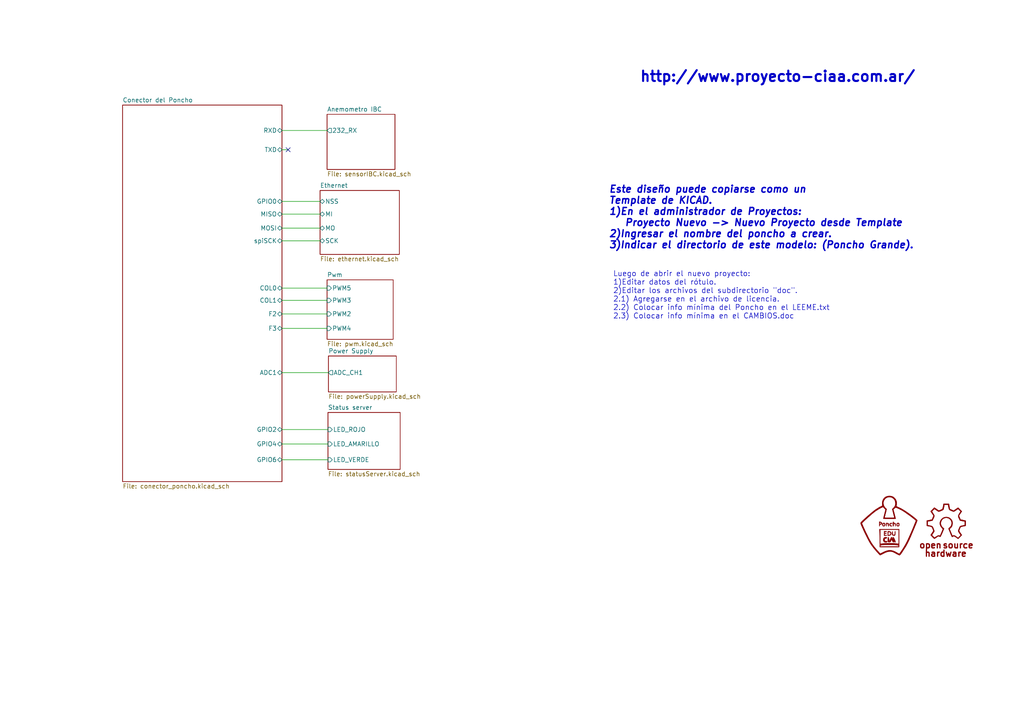
<source format=kicad_sch>
(kicad_sch (version 20211123) (generator eeschema)
  (paper "A4")
  (title_block (title "Datalogger para SCTV") (date "2023-10-20") (rev "1.0") (company "Servicio Meteorológico Nacional - FIUBA - UBA") (comment 1 "poner repo") (comment 2 "Autores y Licencia del poncho: Cristian Aranda (FIUBA), ver archivo licence.txt") (comment 3 "Autor del poncho: Cristian Zozimo Aranda Cordero.  Ver directorio \"doc\"") (comment 4 "CÓDIGO PONCHO: DT1"))
  (lib_symbols
    (symbol "Poncho_Esqueleto:Logo_Poncho" (pin_numbers hide) (pin_names (offset 0) hide)
      (symbol "Logo_Poncho_0_0"
        (polyline (pts (xy 0.9652 0.5842) (xy 0.8636 0.6858) (xy 0.6858 0.7112) (xy 0.508 0.7112) (xy 0.3048 0.5842) (xy 0.2032 0.381) (xy 0.1778 0.127) (xy 0.3048 -0.1016) (xy 0.4064 -0.1778) (xy 0.6096 -0.254) (xy 0.8128 -0.254) (xy 0.9398 -0.1778) (xy 0.889 -0.1016) (xy 0.7366 -0.0762) (xy 0.6096 -0.0508) (xy 0.4826 0.0254) (xy 0.4318 0.2032) (xy 0.4572 0.4064) (xy 0.5842 0.5334) (xy 0.8128 0.5334) (xy 0.9652 0.508) (xy 0.9652 0.5842) (xy 0.9652 0.5842)) (stroke (width 0.0254)) (fill (type outline)))
        (polyline (pts (xy 0 0.3556) (xy -0.0762 0.5842) (xy -0.2286 0.6858) (xy -0.4826 0.7112) (xy -0.8128 0.7112) (xy -0.8128 0.2286) (xy -0.8128 0.0254) (xy -0.7874 -0.1778) (xy -0.7366 -0.254) (xy -0.7112 -0.254) (xy -0.6858 -0.127) (xy -0.6604 0.0762) (xy -0.635 0.2032) (xy -0.5842 0.4318) (xy -0.4572 0.5334) (xy -0.3302 0.5334) (xy -0.3048 0.508) (xy -0.254 0.3556) (xy -0.254 0.127) (xy -0.2286 -0.0254) (xy -0.2032 -0.2032) (xy -0.127 -0.254) (xy -0.0762 -0.254) (xy -0.0254 -0.1524) (xy 0 0.0762) (xy 0 0.3556) (xy 0 0.3556)) (stroke (width 0.0254)) (fill (type outline)))
        (polyline (pts (xy -1.0668 0.254) (xy -1.1176 0.5334) (xy -1.2446 0.6858) (xy -1.27 0.7112) (xy -1.27 0.3556) (xy -1.27 0.127) (xy -1.3208 0) (xy -1.4732 -0.0762) (xy -1.6002 -0.0508) (xy -1.7018 0.1016) (xy -1.7018 0.3048) (xy -1.6256 0.4826) (xy -1.5494 0.5334) (xy -1.4732 0.5588) (xy -1.3462 0.4826) (xy -1.27 0.3556) (xy -1.27 0.7112) (xy -1.4732 0.7366) (xy -1.7018 0.6858) (xy -1.8542 0.5334) (xy -1.905 0.254) (xy -1.8796 0.2032) (xy -1.8542 0) (xy -1.8034 -0.1524) (xy -1.6764 -0.2032) (xy -1.4732 -0.254) (xy -1.2446 -0.2032) (xy -1.1176 -0.0508) (xy -1.0668 0.254) (xy -1.0668 0.254)) (stroke (width 0.0254)) (fill (type outline)))
        (polyline (pts (xy -0.508 -3.5306) (xy -0.6096 -3.4544) (xy -0.889 -3.4036) (xy -1.1176 -3.4036) (xy -1.397 -3.5306) (xy -1.5748 -3.7846) (xy -1.651 -4.1402) (xy -1.6256 -4.4196) (xy -1.4986 -4.6736) (xy -1.27 -4.8514) (xy -1.0668 -4.9276) (xy -0.8128 -4.9276) (xy -0.7112 -4.9276) (xy -0.5588 -4.8514) (xy -0.508 -4.7244) (xy -0.508 -4.699) (xy -0.508 -4.5974) (xy -0.6096 -4.5466) (xy -0.8128 -4.5466) (xy -1.016 -4.5212) (xy -1.143 -4.4704) (xy -1.1938 -4.3434) (xy -1.2192 -4.2418) (xy -1.2192 -4.0132) (xy -1.0922 -3.8608) (xy -0.8382 -3.7592) (xy -0.7366 -3.7338) (xy -0.5334 -3.6322) (xy -0.508 -3.5306) (xy -0.508 -3.5306)) (stroke (width 0.0254)) (fill (type outline)))
        (polyline (pts (xy 3.048 0.254) (xy 3.0226 0.5334) (xy 2.8956 0.6858) (xy 2.8702 0.7112) (xy 2.8702 0.127) (xy 2.794 0) (xy 2.6416 -0.0762) (xy 2.5146 -0.0508) (xy 2.4384 0.1016) (xy 2.413 0.3048) (xy 2.5146 0.4826) (xy 2.5654 0.5334) (xy 2.667 0.5588) (xy 2.7686 0.4826) (xy 2.8448 0.3556) (xy 2.8702 0.127) (xy 2.8702 0.7112) (xy 2.6416 0.7366) (xy 2.413 0.6858) (xy 2.286 0.5334) (xy 2.2352 0.254) (xy 2.2352 0.2032) (xy 2.2606 0) (xy 2.3368 -0.1524) (xy 2.4384 -0.2032) (xy 2.6416 -0.254) (xy 2.8702 -0.2032) (xy 3.0226 -0.0508) (xy 3.048 0.254) (xy 3.048 0.254)) (stroke (width 0.0254)) (fill (type outline)))
        (polyline (pts (xy 1.905 -2.159) (xy 1.8796 -1.905) (xy 1.8542 -1.7272) (xy 1.8288 -1.651) (xy 1.8034 -1.6764) (xy 1.7526 -1.8034) (xy 1.7272 -2.0066) (xy 1.7272 -2.2098) (xy 1.6764 -2.54) (xy 1.5494 -2.7432) (xy 1.397 -2.794) (xy 1.2954 -2.7686) (xy 1.2192 -2.6924) (xy 1.1938 -2.5146) (xy 1.1684 -2.2352) (xy 1.1176 -1.905) (xy 1.0668 -1.7272) (xy 1.016 -1.7272) (xy 0.9652 -1.8796) (xy 0.9398 -2.1844) (xy 0.9144 -2.4384) (xy 0.9652 -2.667) (xy 1.0414 -2.8194) (xy 1.2192 -2.921) (xy 1.4478 -2.9718) (xy 1.6764 -2.9464) (xy 1.8034 -2.8194) (xy 1.8542 -2.667) (xy 1.8796 -2.4384) (xy 1.905 -2.159) (xy 1.905 -2.159)) (stroke (width 0.0254)) (fill (type outline)))
        (polyline (pts (xy -1.9812 0.6096) (xy -2.032 0.8128) (xy -2.1844 0.9398) (xy -2.2352 0.9652) (xy -2.2352 0.635) (xy -2.286 0.508) (xy -2.4384 0.4318) (xy -2.4892 0.4064) (xy -2.6162 0.4572) (xy -2.6416 0.6096) (xy -2.6416 0.6604) (xy -2.5908 0.7874) (xy -2.413 0.8128) (xy -2.3622 0.8128) (xy -2.2606 0.762) (xy -2.2352 0.635) (xy -2.2352 0.9652) (xy -2.5146 1.0414) (xy -2.794 1.0922) (xy -2.794 0.4064) (xy -2.794 0.3556) (xy -2.794 0.0254) (xy -2.7686 -0.1778) (xy -2.7178 -0.254) (xy -2.667 -0.1778) (xy -2.6416 0) (xy -2.6416 0.0762) (xy -2.5908 0.2032) (xy -2.4638 0.254) (xy -2.2352 0.2794) (xy -2.0574 0.4064) (xy -1.9812 0.6096) (xy -1.9812 0.6096)) (stroke (width 0.0254)) (fill (type outline)))
        (polyline (pts (xy 0.7366 -2.3876) (xy 0.7112 -2.1082) (xy 0.5334 -1.8796) (xy 0.4826 -1.8288) (xy 0.4826 -2.1844) (xy 0.4826 -2.413) (xy 0.4318 -2.6162) (xy 0.3048 -2.7178) (xy 0.1016 -2.7686) (xy -0.1524 -2.8194) (xy -0.1524 -2.3622) (xy -0.1524 -2.1082) (xy -0.127 -1.9558) (xy -0.0508 -1.905) (xy 0.0762 -1.905) (xy 0.254 -1.9304) (xy 0.4064 -2.0066) (xy 0.4826 -2.1844) (xy 0.4826 -1.8288) (xy 0.254 -1.7272) (xy 0.2032 -1.7272) (xy -0.0508 -1.651) (xy -0.2032 -1.651) (xy -0.2794 -1.7526) (xy -0.3302 -1.9558) (xy -0.3302 -2.3114) (xy -0.3302 -2.9718) (xy 0 -2.9718) (xy 0.0254 -2.9718) (xy 0.3048 -2.921) (xy 0.5334 -2.7686) (xy 0.635 -2.667) (xy 0.7366 -2.3876) (xy 0.7366 -2.3876)) (stroke (width 0.0254)) (fill (type outline)))
        (polyline (pts (xy -0.5842 -1.8288) (xy -0.6096 -1.778) (xy -0.762 -1.7018) (xy -1.016 -1.6764) (xy -1.397 -1.651) (xy -1.397 -2.3114) (xy -1.397 -2.9718) (xy -0.9906 -2.9718) (xy -0.8382 -2.9718) (xy -0.635 -2.9464) (xy -0.5842 -2.8956) (xy -0.5842 -2.8702) (xy -0.6858 -2.8194) (xy -0.9144 -2.8194) (xy -0.9398 -2.8194) (xy -1.1176 -2.794) (xy -1.2192 -2.7432) (xy -1.2446 -2.5908) (xy -1.2192 -2.4892) (xy -1.143 -2.413) (xy -0.9398 -2.3876) (xy -0.9144 -2.3876) (xy -0.7366 -2.3622) (xy -0.6604 -2.3114) (xy -0.762 -2.2606) (xy -0.9398 -2.2352) (xy -1.0668 -2.2352) (xy -1.1938 -2.1844) (xy -1.2446 -2.0574) (xy -1.2192 -1.9558) (xy -1.1176 -1.905) (xy -0.889 -1.905) (xy -0.7112 -1.8796) (xy -0.5842 -1.8288) (xy -0.5842 -1.8288)) (stroke (width 0.0254)) (fill (type outline)))
        (polyline (pts (xy 1.9812 0.254) (xy 1.9304 0.5588) (xy 1.778 0.7112) (xy 1.5748 0.7112) (xy 1.5494 0.7112) (xy 1.4224 0.7366) (xy 1.397 0.8636) (xy 1.3716 0.9906) (xy 1.27 1.0668) (xy 1.2192 1.0414) (xy 1.1938 0.9398) (xy 1.1684 0.7366) (xy 1.1684 0.4064) (xy 1.1684 0.127) (xy 1.1938 -0.1016) (xy 1.2192 -0.2286) (xy 1.27 -0.254) (xy 1.3208 -0.2286) (xy 1.397 -0.127) (xy 1.397 0.127) (xy 1.397 0.2032) (xy 1.4478 0.4318) (xy 1.4986 0.5334) (xy 1.5494 0.5588) (xy 1.6764 0.4826) (xy 1.778 0.3302) (xy 1.8288 0.0762) (xy 1.8288 0) (xy 1.8542 -0.1778) (xy 1.905 -0.254) (xy 1.9304 -0.2286) (xy 1.9558 -0.0762) (xy 1.9812 0.1524) (xy 1.9812 0.254) (xy 1.9812 0.254)) (stroke (width 0.0254)) (fill (type outline)))
        (polyline (pts (xy 1.9304 -4.699) (xy 1.8288 -4.3688) (xy 1.6764 -4.0132) (xy 1.524 -3.7084) (xy 1.397 -3.4798) (xy 1.2954 -3.4036) (xy 1.2192 -3.3782) (xy 1.1684 -3.429) (xy 1.1684 -3.5052) (xy 1.2192 -3.7084) (xy 1.2954 -4.0386) (xy 1.2954 -4.0894) (xy 1.2192 -4.0132) (xy 1.1176 -3.81) (xy 1.0668 -3.7084) (xy 0.9144 -3.4798) (xy 0.7874 -3.4036) (xy 0.6604 -3.4798) (xy 0.5334 -3.7084) (xy 0.3556 -4.064) (xy 0.1016 -4.7244) (xy 0.0508 -4.064) (xy 0.0508 -3.9878) (xy 0 -3.6322) (xy -0.0508 -3.4544) (xy -0.127 -3.3782) (xy -0.1524 -3.4036) (xy -0.2286 -3.5306) (xy -0.2794 -3.7846) (xy -0.3048 -4.1148) (xy -0.3048 -4.445) (xy -0.3048 -4.6228) (xy -0.254 -4.7752) (xy -0.1524 -4.826) (xy 0.0508 -4.8514) (xy 0.2286 -4.8514) (xy 0.4318 -4.8006) (xy 0.5588 -4.6482) (xy 0.6604 -4.3688) (xy 0.7874 -4.0386) (xy 0.9652 -4.445) (xy 1.0922 -4.6736) (xy 1.1938 -4.826) (xy 1.3208 -4.8768) (xy 1.4224 -4.8514) (xy 1.4732 -4.8006) (xy 1.4478 -4.6736) (xy 1.3716 -4.4196) (xy 1.3462 -4.318) (xy 1.4224 -4.4196) (xy 1.4986 -4.5466) (xy 1.6256 -4.7752) (xy 1.7018 -4.8514) (xy 1.8542 -4.9022) (xy 1.9304 -4.8514) (xy 1.9304 -4.699) (xy 1.9304 -4.699)) (stroke (width 0.0254)) (fill (type outline)))
        (polyline (pts (xy 2.9718 -1.0668) (xy 2.8194 -1.0668) (xy 2.8194 -1.2446) (xy 2.8194 -3.2766) (xy 2.8194 -5.2832) (xy 2.8194 -6.096) (xy 0.1778 -6.096) (xy -2.4892 -6.096) (xy -2.4638 -5.9182) (xy -2.4638 -5.8928) (xy -2.413 -5.8166) (xy -2.3368 -5.7658) (xy -2.159 -5.715) (xy -1.9304 -5.6642) (xy -1.6002 -5.6642) (xy -1.143 -5.6388) (xy -0.5588 -5.6388) (xy 0.1778 -5.6388) (xy 0.3302 -5.6388) (xy 1.016 -5.6388) (xy 1.5748 -5.6388) (xy 2.0066 -5.6642) (xy 2.3368 -5.6896) (xy 2.54 -5.715) (xy 2.6924 -5.7658) (xy 2.7686 -5.842) (xy 2.794 -5.9182) (xy 2.8194 -6.096) (xy 2.8194 -5.2832) (xy 1.9558 -5.2324) (xy 1.7018 -5.207) (xy 1.1684 -5.1816) (xy 0.635 -5.1562) (xy 0.127 -5.1562) (xy -0.1778 -5.1562) (xy -0.7112 -5.1816) (xy -1.2446 -5.207) (xy -1.6764 -5.2324) (xy -2.4638 -5.3086) (xy -2.4638 -3.2766) (xy -2.4638 -1.2446) (xy 0.1778 -1.2446) (xy 2.8194 -1.2446) (xy 2.8194 -1.0668) (xy 0.127 -1.0668) (xy -2.7432 -1.0668) (xy -2.6924 -2.4384) (xy -2.6924 -2.5908) (xy -2.667 -3.2004) (xy -2.6416 -3.8608) (xy -2.6416 -4.4958) (xy -2.6416 -5.0546) (xy -2.6416 -6.2738) (xy 0.1778 -6.2738) (xy 2.9718 -6.2738) (xy 2.9718 -3.683) (xy 2.9718 -1.0668) (xy 2.9718 -1.0668)) (stroke (width 0.0254)) (fill (type outline)))
        (polyline (pts (xy 8.255 1.4986) (xy 8.128 1.6256) (xy 7.8994 1.8542) (xy 7.8486 1.905) (xy 7.8486 1.3716) (xy 7.7978 1.2446) (xy 7.6962 0.9906) (xy 7.5438 0.635) (xy 7.366 0.1778) (xy 7.1628 -0.3302) (xy 6.9342 -0.889) (xy 6.4516 -2.032) (xy 5.8674 -3.3274) (xy 5.334 -4.4958) (xy 4.8006 -5.5118) (xy 4.2926 -6.3754) (xy 3.81 -7.1374) (xy 3.6576 -7.3406) (xy 3.429 -7.6962) (xy 3.2258 -7.9502) (xy 3.0734 -8.1534) (xy 3.0226 -8.2042) (xy 2.9972 -8.2042) (xy 2.8448 -8.1534) (xy 2.5908 -8.0264) (xy 2.3114 -7.874) (xy 2.0828 -7.7216) (xy 1.4224 -7.4168) (xy 0.8128 -7.239) (xy 0.2286 -7.1882) (xy -0.3556 -7.2644) (xy -1.016 -7.4676) (xy -1.7272 -7.7978) (xy -1.905 -7.8994) (xy -2.1844 -8.0264) (xy -2.3876 -8.128) (xy -2.4892 -8.1788) (xy -2.5146 -8.1534) (xy -2.6416 -8.0264) (xy -2.8448 -7.7978) (xy -3.0988 -7.5184) (xy -3.3782 -7.2136) (xy -3.6576 -6.8834) (xy -3.937 -6.5532) (xy -4.191 -6.2484) (xy -4.3688 -6.0198) (xy -4.6482 -5.6388) (xy -5.08 -5.0038) (xy -5.4864 -4.2926) (xy -5.8928 -3.556) (xy -6.1214 -3.0734) (xy -6.3754 -2.54) (xy -6.6548 -2.0066) (xy -6.9088 -1.4478) (xy -7.1374 -0.9398) (xy -7.366 -0.4572) (xy -7.5438 -0.0254) (xy -7.6962 0.3048) (xy -7.7724 0.5334) (xy -7.8232 0.635) (xy -7.7978 0.6604) (xy -7.6454 0.8128) (xy -7.4168 1.0414) (xy -7.1374 1.3208) (xy -6.7818 1.651) (xy -6.3754 2.0066) (xy -5.969 2.3876) (xy -5.5372 2.7432) (xy -5.1562 3.0988) (xy -4.8006 3.4036) (xy -4.4704 3.6576) (xy -3.937 4.0894) (xy -3.429 4.4196) (xy -2.9464 4.7244) (xy -2.3876 5.0292) (xy -1.7018 5.3594) (xy -1.3462 4.9784) (xy -0.9652 4.5974) (xy -1.27 3.3782) (xy -1.3208 3.2004) (xy -1.4224 2.7686) (xy -1.524 2.413) (xy -1.5748 2.159) (xy -1.6002 2.032) (xy -1.6256 2.0066) (xy -1.6002 1.9812) (xy -1.5494 1.9304) (xy -1.4224 1.9304) (xy -1.1938 1.905) (xy -0.889 1.905) (xy -0.4318 1.905) (xy 0.1524 1.905) (xy 0.4064 1.905) (xy 0.9144 1.905) (xy 1.3462 1.905) (xy 1.6764 1.905) (xy 1.905 1.9304) (xy 1.9812 1.9558) (xy 1.9812 1.9812) (xy 1.9304 2.1844) (xy 1.8542 2.4892) (xy 1.7526 2.8702) (xy 1.651 3.302) (xy 1.2954 4.6228) (xy 1.6002 4.9022) (xy 1.7018 5.0038) (xy 1.8796 5.1308) (xy 1.9558 5.1816) (xy 2.0828 5.1562) (xy 2.286 5.08) (xy 2.5908 4.953) (xy 2.9464 4.8006) (xy 3.2766 4.6228) (xy 3.5814 4.4704) (xy 3.8354 4.3434) (xy 3.9624 4.2672) (xy 4.318 4.0386) (xy 4.7244 3.7846) (xy 5.1562 3.4544) (xy 5.6388 3.1242) (xy 6.096 2.794) (xy 6.5532 2.4638) (xy 6.9596 2.1336) (xy 7.3152 1.8542) (xy 7.5946 1.6256) (xy 7.7724 1.4732) (xy 7.8486 1.3716) (xy 7.8486 1.905) (xy 7.5438 2.159) (xy 7.0612 2.54) (xy 6.223 3.175) (xy 5.2578 3.8608) (xy 4.3942 4.4196) (xy 3.6322 4.8768) (xy 2.9972 5.1816) (xy 2.6416 5.334) (xy 2.3622 5.4864) (xy 2.2098 5.588) (xy 2.1844 5.6642) (xy 2.2606 5.9436) (xy 2.286 6.2992) (xy 2.286 6.6802) (xy 2.2352 6.985) (xy 2.0574 7.4422) (xy 1.905 7.6708) (xy 1.905 6.4008) (xy 1.8288 5.8674) (xy 1.6256 5.4356) (xy 1.27 5.0292) (xy 0.9652 4.7498) (xy 1.2446 3.6322) (xy 1.27 3.5052) (xy 1.3716 3.0988) (xy 1.4732 2.7432) (xy 1.524 2.4892) (xy 1.5494 2.3622) (xy 1.5494 2.3368) (xy 1.524 2.286) (xy 1.4478 2.2606) (xy 1.2954 2.2352) (xy 1.0414 2.2352) (xy 0.6858 2.2352) (xy 0.1778 2.2352) (xy -0.1778 2.2352) (xy -0.5842 2.2352) (xy -0.889 2.2352) (xy -1.0668 2.2606) (xy -1.1684 2.286) (xy -1.2192 2.3114) (xy -1.2192 2.3622) (xy -1.2192 2.3876) (xy -1.1684 2.5654) (xy -1.0922 2.8448) (xy -1.016 3.2258) (xy -0.889 3.6322) (xy -0.635 4.7498) (xy -0.9398 5.0292) (xy -1.1938 5.3086) (xy -1.4478 5.7658) (xy -1.5748 6.2484) (xy -1.5748 6.7564) (xy -1.4224 7.2136) (xy -1.397 7.239) (xy -1.0922 7.6962) (xy -0.7112 8.001) (xy -0.2794 8.1788) (xy 0.1524 8.2296) (xy 0.5842 8.1788) (xy 0.9906 8.0264) (xy 1.3462 7.747) (xy 1.651 7.3914) (xy 1.8288 6.9342) (xy 1.905 6.4008) (xy 1.905 7.6708) (xy 1.7272 7.8994) (xy 1.3208 8.255) (xy 0.8382 8.4836) (xy 0.3048 8.5598) (xy -0.254 8.5344) (xy -0.8128 8.3566) (xy -1.0922 8.2042) (xy -1.4986 7.8232) (xy -1.778 7.3406) (xy -1.9304 6.7818) (xy -1.9558 6.1976) (xy -1.905 5.715) (xy -2.4638 5.4356) (xy -2.4892 5.4356) (xy -2.921 5.207) (xy -3.3528 4.9276) (xy -3.81 4.6482) (xy -4.318 4.2672) (xy -4.8514 3.8354) (xy -5.461 3.3274) (xy -6.1468 2.7432) (xy -6.9342 2.032) (xy -7.2136 1.778) (xy -7.6454 1.3716) (xy -7.9756 1.0414) (xy -8.1788 0.8128) (xy -8.2296 0.6858) (xy -8.2042 0.5842) (xy -8.128 0.3302) (xy -7.9756 -0.0254) (xy -7.7724 -0.4826) (xy -7.5184 -1.016) (xy -7.2644 -1.6002) (xy -6.9596 -2.2352) (xy -6.6294 -2.8956) (xy -6.2992 -3.556) (xy -6.223 -3.7084) (xy -5.9182 -4.2926) (xy -5.6642 -4.7752) (xy -5.3848 -5.2324) (xy -5.08 -5.6896) (xy -4.7498 -6.1214) (xy -4.3688 -6.6294) (xy -3.9116 -7.1628) (xy -3.3528 -7.8232) (xy -3.2512 -7.8994) (xy -2.9972 -8.2042) (xy -2.7686 -8.4328) (xy -2.6162 -8.5852) (xy -2.54 -8.636) (xy -2.4384 -8.5852) (xy -2.2098 -8.4836) (xy -1.905 -8.3312) (xy -1.5494 -8.1534) (xy -1.524 -8.128) (xy -0.889 -7.8232) (xy -0.3302 -7.6454) (xy 0.1524 -7.5692) (xy 0.635 -7.5692) (xy 1.143 -7.6962) (xy 1.6764 -7.9502) (xy 2.3114 -8.3058) (xy 2.4384 -8.3566) (xy 2.7178 -8.509) (xy 2.9718 -8.6106) (xy 3.0988 -8.6614) (xy 3.1496 -8.636) (xy 3.2766 -8.5344) (xy 3.4798 -8.3058) (xy 3.7338 -7.9502) (xy 4.064 -7.4422) (xy 4.318 -7.0358) (xy 4.6736 -6.5024) (xy 4.9784 -6.0198) (xy 5.207 -5.588) (xy 5.461 -5.1308) (xy 5.6896 -4.6482) (xy 5.969 -4.0894) (xy 6.1468 -3.6576) (xy 6.3754 -3.175) (xy 6.604 -2.5908) (xy 6.858 -2.0066) (xy 7.112 -1.397) (xy 7.366 -0.8128) (xy 7.5946 -0.2286) (xy 7.8232 0.2794) (xy 8.001 0.7366) (xy 8.128 1.0922) (xy 8.2296 1.3462) (xy 8.255 1.4732) (xy 8.255 1.4986) (xy 8.255 1.4986)) (stroke (width 0.0254)) (fill (type outline)))
      )
      (symbol "Logo_Poncho_1_1"
        (pin no_connect line (at 0 6.35 90) (length 0.508) hide (name "~") (number "~"))
      )
    )
    (symbol "Poncho_Esqueleto:OSHWA" (pin_names (offset 1.016))
      (symbol "OSHWA_0_0"
        (polyline (pts (xy 5.7912 2.667) (xy 5.5372 2.7178) (xy 5.4864 2.7432) (xy 5.4864 1.8796) (xy 5.4864 1.8288) (xy 5.4864 1.6002) (xy 5.4864 1.4732) (xy 5.4102 1.3716) (xy 5.2832 1.3208) (xy 5.0038 1.27) (xy 4.6228 1.1938) (xy 4.572 1.1684) (xy 4.318 1.1176) (xy 4.1656 1.0414) (xy 4.0386 0.889) (xy 3.937 0.6604) (xy 3.8354 0.4064) (xy 3.683 0.0762) (xy 3.6068 -0.1778) (xy 3.5814 -0.3556) (xy 3.6322 -0.5334) (xy 3.7592 -0.7366) (xy 3.9116 -0.9906) (xy 4.318 -1.5494) (xy 3.937 -1.9304) (xy 3.5814 -2.3114) (xy 3.048 -1.9558) (xy 2.794 -1.778) (xy 2.5654 -1.651) (xy 2.3876 -1.6256) (xy 2.2098 -1.6256) (xy 1.905 -1.6764) (xy 1.4986 -0.7112) (xy 1.1176 0.2286) (xy 1.397 0.508) (xy 1.5748 0.6604) (xy 1.8034 1.016) (xy 1.9304 1.397) (xy 1.9812 1.8542) (xy 1.9812 1.9304) (xy 1.9558 2.2606) (xy 1.905 2.54) (xy 1.7526 2.8194) (xy 1.4732 3.175) (xy 1.0668 3.5052) (xy 0.5842 3.683) (xy 0.1016 3.7338) (xy -0.4064 3.6576) (xy -0.889 3.429) (xy -1.2954 3.048) (xy -1.3462 2.9972) (xy -1.6256 2.5146) (xy -1.7526 2.0066) (xy -1.7018 1.4986) (xy -1.4986 0.9906) (xy -1.143 0.508) (xy -0.8636 0.2032) (xy -1.2446 -0.7366) (xy -1.651 -1.6764) (xy -1.9558 -1.6256) (xy -2.1082 -1.6256) (xy -2.286 -1.651) (xy -2.4892 -1.7526) (xy -2.7686 -1.9304) (xy -3.2766 -2.2606) (xy -3.6576 -1.905) (xy -4.0132 -1.524) (xy -3.6322 -0.9652) (xy -3.2766 -0.4064) (xy -3.429 0.0254) (xy -3.4544 0.1016) (xy -3.6068 0.508) (xy -3.7338 0.7874) (xy -3.8862 0.9906) (xy -4.0894 1.0922) (xy -4.3688 1.1938) (xy -4.7752 1.27) (xy -5.2578 1.3716) (xy -5.2324 1.905) (xy -5.207 2.413) (xy -4.5212 2.54) (xy -3.8608 2.667) (xy -3.5814 3.2512) (xy -3.556 3.302) (xy -3.4036 3.6068) (xy -3.3274 3.8862) (xy -3.2766 4.0386) (xy -3.3274 4.2164) (xy -3.4544 4.445) (xy -3.6322 4.7244) (xy -3.6576 4.7498) (xy -3.81 5.0292) (xy -3.937 5.207) (xy -3.9878 5.3086) (xy -3.9878 5.334) (xy -3.8862 5.461) (xy -3.7338 5.6388) (xy -3.5306 5.8166) (xy -3.3782 5.969) (xy -3.2766 6.0198) (xy -3.1496 5.9436) (xy -2.9464 5.8166) (xy -2.6924 5.6388) (xy -2.6162 5.588) (xy -2.3622 5.4102) (xy -2.159 5.3086) (xy -2.032 5.2578) (xy -1.8796 5.3086) (xy -1.6256 5.3848) (xy -1.3208 5.5118) (xy -1.2446 5.5372) (xy -0.9144 5.6896) (xy -0.7112 5.842) (xy -0.635 5.969) (xy -0.6096 6.096) (xy -0.5588 6.3754) (xy -0.4826 6.6802) (xy -0.381 7.239) (xy 0.127 7.239) (xy 0.635 7.239) (xy 0.7366 6.731) (xy 0.7874 6.477) (xy 0.8636 6.1722) (xy 0.9398 5.9436) (xy 1.0414 5.8166) (xy 1.1684 5.715) (xy 1.3462 5.6134) (xy 1.4478 5.5626) (xy 1.778 5.4356) (xy 2.032 5.334) (xy 2.1844 5.2832) (xy 2.3114 5.2832) (xy 2.4638 5.334) (xy 2.667 5.4356) (xy 2.9464 5.6388) (xy 3.556 6.0452) (xy 3.937 5.6896) (xy 4.2926 5.3086) (xy 3.9116 4.7498) (xy 3.8354 4.6228) (xy 3.683 4.318) (xy 3.5814 4.0894) (xy 3.6068 3.8354) (xy 3.683 3.5306) (xy 3.8862 3.1496) (xy 4.1148 2.667) (xy 4.7752 2.54) (xy 5.461 2.413) (xy 5.4864 1.8796) (xy 5.4864 2.7432) (xy 5.4102 2.7432) (xy 5.1054 2.8194) (xy 4.8006 2.8956) (xy 4.2926 2.9718) (xy 4.064 3.5306) (xy 3.81 4.0894) (xy 4.2418 4.7244) (xy 4.6736 5.3594) (xy 4.1148 5.9182) (xy 3.5814 6.4516) (xy 2.921 6.0198) (xy 2.286 5.5626) (xy 1.7526 5.7912) (xy 1.1938 6.0452) (xy 1.0922 6.5532) (xy 1.0668 6.8072) (xy 0.9906 7.0866) (xy 0.9652 7.3152) (xy 0.9144 7.5438) (xy 0.127 7.5438) (xy -0.6604 7.5438) (xy -0.762 6.9342) (xy -0.8128 6.6802) (xy -0.889 6.35) (xy -0.9652 6.1214) (xy -1.0922 5.9944) (xy -1.27 5.8928) (xy -1.524 5.7658) (xy -2.032 5.588) (xy -2.667 6.0198) (xy -3.3274 6.477) (xy -3.8608 5.9182) (xy -4.4196 5.3594) (xy -3.9878 4.7244) (xy -3.556 4.0894) (xy -3.7846 3.556) (xy -3.7846 3.5306) (xy -3.8862 3.2766) (xy -3.9878 3.0734) (xy -4.0132 2.9972) (xy -4.0386 2.9718) (xy -4.191 2.9464) (xy -4.445 2.8956) (xy -4.7752 2.8194) (xy -5.5118 2.6924) (xy -5.5118 1.905) (xy -5.5118 1.143) (xy -4.9022 1.016) (xy -4.8768 1.016) (xy -4.5466 0.9652) (xy -4.2926 0.889) (xy -4.1402 0.8382) (xy -4.1148 0.8128) (xy -4.0132 0.6604) (xy -3.8862 0.4318) (xy -3.7592 0.1524) (xy -3.683 -0.1016) (xy -3.6576 -0.3048) (xy -3.7084 -0.4572) (xy -3.8608 -0.6858) (xy -4.0386 -0.9652) (xy -4.4196 -1.524) (xy -3.8862 -2.0828) (xy -3.7846 -2.2098) (xy -3.556 -2.413) (xy -3.3782 -2.5654) (xy -3.3274 -2.6162) (xy -3.302 -2.6162) (xy -3.2004 -2.54) (xy -2.9972 -2.413) (xy -2.7178 -2.2352) (xy -2.5654 -2.1082) (xy -2.3368 -1.9558) (xy -2.1844 -1.905) (xy -2.0574 -1.905) (xy -1.905 -1.9304) (xy -1.7018 -2.0066) (xy -1.5748 -2.0574) (xy -1.5494 -2.032) (xy -1.4732 -1.8796) (xy -1.3462 -1.6256) (xy -1.1684 -1.27) (xy -0.9906 -0.8636) (xy -0.4826 0.3556) (xy -0.8382 0.6604) (xy -1.016 0.8128) (xy -1.27 1.2192) (xy -1.4224 1.651) (xy -1.4224 2.1082) (xy -1.2954 2.5146) (xy -1.0922 2.8956) (xy -0.762 3.2004) (xy -0.3556 3.4036) (xy 0.1524 3.4798) (xy 0.4826 3.429) (xy 0.9144 3.2766) (xy 1.27 2.9718) (xy 1.5494 2.5908) (xy 1.6764 2.159) (xy 1.6764 1.8288) (xy 1.6256 1.4478) (xy 1.4732 1.0922) (xy 1.1684 0.762) (xy 0.762 0.3556) (xy 1.2446 -0.8128) (xy 1.3208 -1.016) (xy 1.4732 -1.397) (xy 1.6256 -1.7272) (xy 1.7272 -1.9558) (xy 1.778 -2.0574) (xy 1.8796 -2.0828) (xy 2.032 -2.0066) (xy 2.1844 -1.905) (xy 2.3114 -1.8796) (xy 2.4892 -1.905) (xy 2.7178 -2.032) (xy 3.0226 -2.2352) (xy 3.5814 -2.6416) (xy 4.1402 -2.0828) (xy 4.6736 -1.524) (xy 4.2926 -0.9652) (xy 4.2164 -0.8636) (xy 4.064 -0.6096) (xy 3.937 -0.381) (xy 3.8862 -0.2794) (xy 3.8862 -0.254) (xy 3.937 -0.0762) (xy 4.0386 0.1778) (xy 4.1402 0.4572) (xy 4.2418 0.6858) (xy 4.318 0.7874) (xy 4.3434 0.8128) (xy 4.4958 0.8636) (xy 4.7498 0.9398) (xy 5.08 1.016) (xy 5.7912 1.143) (xy 5.7912 1.905) (xy 5.7912 2.667) (xy 5.7912 2.667)) (stroke (width 0.0254)) (fill (type outline)))
        (text "hardware" (at -0.0254 -6.858 0) (effects (font (size 1.778 1.778) bold)))
        (text "open" (at -4.445 -4.445 0) (effects (font (size 1.778 1.778) bold)))
        (text "source" (at 3.556 -4.445 0) (effects (font (size 1.778 1.778) bold)))
      )
    )
  )
  (no_connect (at 83.566 43.434))
  (wire (pts (xy 81.788 95.25) (xy 94.869 95.25)))
  (wire (pts (xy 81.788 133.35) (xy 95.123 133.35)))
  (wire (pts (xy 81.788 83.566) (xy 94.869 83.566)))
  (wire (pts (xy 81.788 58.42) (xy 92.837 58.42)))
  (wire (pts (xy 81.788 87.122) (xy 94.869 87.122)))
  (wire (pts (xy 81.788 108.077) (xy 95.25 108.077)))
  (wire (pts (xy 81.788 128.778) (xy 95.123 128.778)))
  (wire (pts (xy 81.788 43.434) (xy 83.566 43.434)))
  (wire (pts (xy 81.788 69.85) (xy 92.837 69.85)))
  (wire (pts (xy 81.788 91.059) (xy 94.869 91.059)))
  (wire (pts (xy 81.788 37.846) (xy 94.869 37.846)))
  (wire (pts (xy 81.788 66.167) (xy 92.837 66.167)))
  (wire (pts (xy 81.788 62.103) (xy 92.837 62.103)))
  (wire (pts (xy 81.788 124.587) (xy 95.123 124.587)))
  (text "Este diseño puede copiarse como un \nTemplate de KICAD. \n1)En el administrador de Proyectos:  \n   Proyecto Nuevo -> Nuevo Proyecto desde Template\n2)Ingresar el nombre del poncho a crear.\n3)Indicar el directorio de este modelo: (Poncho Grande)." (at 176.53 72.39 0) (effects (font (size 2.0066 2.0066) (thickness 0.4013) bold italic) (justify left bottom)))
  (text "http://www.proyecto-ciaa.com.ar/" (at 185.42 24.13 0) (effects (font (size 2.9972 2.9972) (thickness 0.5994) bold) (justify left bottom)))
  (text "Luego de abrir el nuevo proyecto:\n1)Editar datos del rótulo.\n2)Editar los archivos del subdirectorio \"doc\".\n2.1) Agregarse en el archivo de licencia.\n2.2) Colocar info mínima del Poncho en el LEEME.txt\n2.3) Colocar info mínima en el CAMBIOS.doc" (at 177.8 92.71 0) (effects (font (size 1.524 1.524)) (justify left bottom)))
  (symbol (lib_id "Poncho_Esqueleto:OSHWA") (at 274.32 153.67 0) (unit 1)
    (property "Reference" "#G2" (effects hide))
    (property "Value" "OSHWA" (effects hide))
    (property "Footprint" "mod:OSHWA" (effects hide))
  )
  (symbol (lib_id "Poncho_Esqueleto:Logo_Poncho") (at 257.81 152.4 0) (unit 1)
    (property "Reference" "#G1" (effects hide))
    (property "Value" "Logo_Poncho" (effects hide))
  )
  (sheet (at 35.56 30.48) (size 46.228 109.22)
    (property "Sheet name" "Conector del Poncho" (at 35.56 29.7684 0) (effects (justify left bottom)))
    (property "Sheet file" "conector_poncho.kicad_sch" (at 35.56 140.2846 0) (effects (justify left top)))
    (pin "COL0" bidirectional (at 81.788 83.566 0))
    (pin "COL1" bidirectional (at 81.788 87.122 0))
    (pin "F2" bidirectional (at 81.788 91.059 0))
    (pin "F3" bidirectional (at 81.788 95.25 0))
    (pin "RXD" bidirectional (at 81.788 37.846 0))
    (pin "TXD" bidirectional (at 81.788 43.434 0))
    (pin "ADC1" bidirectional (at 81.788 108.077 0))
    (pin "MOSI" bidirectional (at 81.788 66.167 0))
    (pin "GPIO0" bidirectional (at 81.788 58.42 0))
    (pin "GPIO4" bidirectional (at 81.788 128.778 0))
    (pin "GPIO2" bidirectional (at 81.788 124.587 0))
    (pin "GPIO6" bidirectional (at 81.788 133.35 0))
    (pin "spiSCK" bidirectional (at 81.788 69.85 0))
    (pin "MISO" bidirectional (at 81.788 62.103 0))
  )
  (sheet (at 92.837 55.245) (size 22.987 18.542) (stroke (width 0.1524))
    (property "Sheet name" "Ethernet" (at 92.837 54.5334 0) (effects (justify left bottom)))
    (property "Sheet file" "ethernet.kicad_sch" (at 92.837 74.3716 0) (effects (justify left top)))
    (pin "NSS" bidirectional (at 92.837 58.42 180))
    (pin "MO" bidirectional (at 92.837 66.167 180))
    (pin "MI" bidirectional (at 92.837 62.103 180))
    (pin "SCK" bidirectional (at 92.837 69.85 180))
  )
  (sheet (at 94.869 81.153) (size 19.177 17.272) (stroke (width 0.1524))
    (property "Sheet name" "Pwm" (at 94.869 80.4414 0) (effects (justify left bottom)))
    (property "Sheet file" "pwm.kicad_sch" (at 94.869 99.0096 0) (effects (justify left top)))
    (pin "PWM5" input (at 94.869 83.566 180))
    (pin "PWM3" input (at 94.869 87.122 180))
    (pin "PWM2" input (at 94.869 91.059 180))
    (pin "PWM4" input (at 94.869 95.25 180))
  )
  (sheet (at 95.123 119.634) (size 20.955 16.51) (stroke (width 0.1524))
    (property "Sheet name" "Status server" (at 95.123 118.9224 0) (effects (justify left bottom)))
    (property "Sheet file" "statusServer.kicad_sch" (at 95.123 136.7286 0) (effects (justify left top)))
    (pin "LED_ROJO" input (at 95.123 124.587 180))
    (pin "LED_AMARILLO" input (at 95.123 128.778 180))
    (pin "LED_VERDE" input (at 95.123 133.35 180))
  )
  (sheet (at 95.25 103.251) (size 19.685 10.414) (stroke (width 0.1524))
    (property "Sheet name" "Power Supply" (at 95.25 102.5394 0) (effects (justify left bottom)))
    (property "Sheet file" "powerSupply.kicad_sch" (at 95.25 114.2496 0) (effects (justify left top)))
    (pin "ADC_CH1" output (at 95.25 108.077 180))
  )
  (sheet (at 94.869 33.147) (size 19.685 16.002) (stroke (width 0.1524))
    (property "Sheet name" "Anemometro IBC" (at 94.869 32.4354 0) (effects (justify left bottom)))
    (property "Sheet file" "sensorIBC.kicad_sch" (at 94.869 49.7336 0) (effects (justify left top)))
    (pin "232_RX" output (at 94.869 37.846 180))
  )
)
</source>
